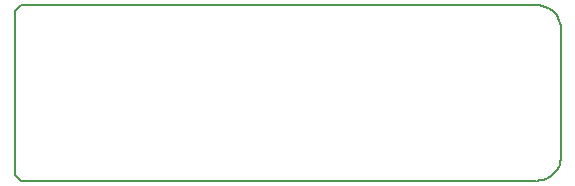
<source format=gm1>
G04*
G04 #@! TF.GenerationSoftware,Altium Limited,Altium Designer,20.1.11 (218)*
G04*
G04 Layer_Color=16711935*
%FSLAX25Y25*%
%MOIN*%
G70*
G04*
G04 #@! TF.SameCoordinates,9EE67B27-E454-41D5-82AA-807338E90DDB*
G04*
G04*
G04 #@! TF.FilePolarity,Positive*
G04*
G01*
G75*
%ADD56C,0.00600*%
D56*
X-39366Y-100462D02*
X-39427Y-99484D01*
X-39607Y-98520D01*
X-39904Y-97585D01*
X-40314Y-96695D01*
X-40830Y-95861D01*
X-41444Y-95097D01*
X-42148Y-94414D01*
X-42930Y-93823D01*
X-43779Y-93332D01*
X-44682Y-92950D01*
X-45625Y-92681D01*
X-46594Y-92531D01*
X-47574Y-92500D01*
X-47332Y-150968D02*
X-46354Y-150908D01*
X-45390Y-150727D01*
X-44456Y-150430D01*
X-43565Y-150021D01*
X-42731Y-149505D01*
X-41967Y-148890D01*
X-41284Y-148186D01*
X-40693Y-147404D01*
X-40203Y-146555D01*
X-39820Y-145652D01*
X-39551Y-144709D01*
X-39401Y-143740D01*
X-39370Y-142760D01*
X-221500Y-149000D02*
X-219536Y-150964D01*
X-221500Y-149000D02*
Y-94538D01*
X-219462Y-92500D01*
X-47329Y-92500D01*
X-219536Y-150964D02*
X-47574Y-150964D01*
X-39370Y-142760D02*
Y-100459D01*
M02*

</source>
